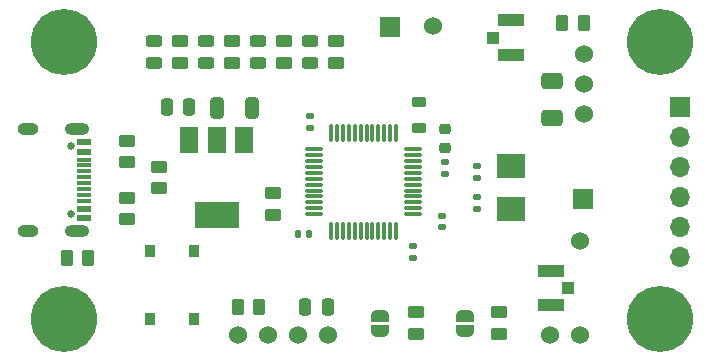
<source format=gbr>
%TF.GenerationSoftware,KiCad,Pcbnew,(6.0.11)*%
%TF.CreationDate,2025-09-27T21:04:19-04:00*%
%TF.ProjectId,433MHz-SRX882S-Dongle,3433334d-487a-42d5-9352-58383832532d,rev?*%
%TF.SameCoordinates,Original*%
%TF.FileFunction,Soldermask,Top*%
%TF.FilePolarity,Negative*%
%FSLAX46Y46*%
G04 Gerber Fmt 4.6, Leading zero omitted, Abs format (unit mm)*
G04 Created by KiCad (PCBNEW (6.0.11)) date 2025-09-27 21:04:19*
%MOMM*%
%LPD*%
G01*
G04 APERTURE LIST*
G04 Aperture macros list*
%AMRoundRect*
0 Rectangle with rounded corners*
0 $1 Rounding radius*
0 $2 $3 $4 $5 $6 $7 $8 $9 X,Y pos of 4 corners*
0 Add a 4 corners polygon primitive as box body*
4,1,4,$2,$3,$4,$5,$6,$7,$8,$9,$2,$3,0*
0 Add four circle primitives for the rounded corners*
1,1,$1+$1,$2,$3*
1,1,$1+$1,$4,$5*
1,1,$1+$1,$6,$7*
1,1,$1+$1,$8,$9*
0 Add four rect primitives between the rounded corners*
20,1,$1+$1,$2,$3,$4,$5,0*
20,1,$1+$1,$4,$5,$6,$7,0*
20,1,$1+$1,$6,$7,$8,$9,0*
20,1,$1+$1,$8,$9,$2,$3,0*%
%AMFreePoly0*
4,1,22,0.500000,-0.750000,0.000000,-0.750000,0.000000,-0.745033,-0.079941,-0.743568,-0.215256,-0.701293,-0.333266,-0.622738,-0.424486,-0.514219,-0.481581,-0.384460,-0.499164,-0.250000,-0.500000,-0.250000,-0.500000,0.250000,-0.499164,0.250000,-0.499963,0.256109,-0.478152,0.396186,-0.417904,0.524511,-0.324060,0.630769,-0.204165,0.706417,-0.067858,0.745374,0.000000,0.744959,0.000000,0.750000,
0.500000,0.750000,0.500000,-0.750000,0.500000,-0.750000,$1*%
%AMFreePoly1*
4,1,20,0.000000,0.744959,0.073905,0.744508,0.209726,0.703889,0.328688,0.626782,0.421226,0.519385,0.479903,0.390333,0.500000,0.250000,0.500000,-0.250000,0.499851,-0.262216,0.476331,-0.402017,0.414519,-0.529596,0.319384,-0.634700,0.198574,-0.708877,0.061801,-0.746166,0.000000,-0.745033,0.000000,-0.750000,-0.500000,-0.750000,-0.500000,0.750000,0.000000,0.750000,0.000000,0.744959,
0.000000,0.744959,$1*%
G04 Aperture macros list end*
%ADD10RoundRect,0.243750X-0.456250X0.243750X-0.456250X-0.243750X0.456250X-0.243750X0.456250X0.243750X0*%
%ADD11RoundRect,0.250000X-0.250000X-0.475000X0.250000X-0.475000X0.250000X0.475000X-0.250000X0.475000X0*%
%ADD12C,5.600000*%
%ADD13C,3.600000*%
%ADD14R,1.700000X1.700000*%
%ADD15O,1.700000X1.700000*%
%ADD16RoundRect,0.250000X-0.450000X0.262500X-0.450000X-0.262500X0.450000X-0.262500X0.450000X0.262500X0*%
%ADD17RoundRect,0.250000X0.450000X-0.262500X0.450000X0.262500X-0.450000X0.262500X-0.450000X-0.262500X0*%
%ADD18RoundRect,0.140000X-0.170000X0.140000X-0.170000X-0.140000X0.170000X-0.140000X0.170000X0.140000X0*%
%ADD19RoundRect,0.140000X0.140000X0.170000X-0.140000X0.170000X-0.140000X-0.170000X0.140000X-0.170000X0*%
%ADD20FreePoly0,270.000000*%
%ADD21FreePoly1,270.000000*%
%ADD22RoundRect,0.140000X0.170000X-0.140000X0.170000X0.140000X-0.170000X0.140000X-0.170000X-0.140000X0*%
%ADD23RoundRect,0.250000X-0.650000X0.412500X-0.650000X-0.412500X0.650000X-0.412500X0.650000X0.412500X0*%
%ADD24C,0.650000*%
%ADD25R,1.240000X0.600000*%
%ADD26R,1.240000X0.300000*%
%ADD27O,1.800000X1.000000*%
%ADD28O,2.100000X1.000000*%
%ADD29RoundRect,0.075000X0.662500X0.075000X-0.662500X0.075000X-0.662500X-0.075000X0.662500X-0.075000X0*%
%ADD30RoundRect,0.075000X0.075000X0.662500X-0.075000X0.662500X-0.075000X-0.662500X0.075000X-0.662500X0*%
%ADD31RoundRect,0.250000X-0.262500X-0.450000X0.262500X-0.450000X0.262500X0.450000X-0.262500X0.450000X0*%
%ADD32RoundRect,0.250000X0.262500X0.450000X-0.262500X0.450000X-0.262500X-0.450000X0.262500X-0.450000X0*%
%ADD33R,1.500000X2.200000*%
%ADD34R,3.800000X2.200000*%
%ADD35RoundRect,0.225000X-0.250000X0.225000X-0.250000X-0.225000X0.250000X-0.225000X0.250000X0.225000X0*%
%ADD36R,0.900000X1.000000*%
%ADD37R,2.400000X2.000000*%
%ADD38RoundRect,0.218750X-0.381250X0.218750X-0.381250X-0.218750X0.381250X-0.218750X0.381250X0.218750X0*%
%ADD39R,2.200000X1.050000*%
%ADD40R,1.050000X1.000000*%
%ADD41RoundRect,0.250000X0.325000X0.650000X-0.325000X0.650000X-0.325000X-0.650000X0.325000X-0.650000X0*%
%ADD42C,1.524000*%
G04 APERTURE END LIST*
D10*
%TO.C,D3*%
X85700000Y-92325000D03*
X85700000Y-94200000D03*
%TD*%
D11*
%TO.C,C1*%
X89700000Y-114850000D03*
X91600000Y-114850000D03*
%TD*%
%TO.C,C4*%
X78000000Y-97950000D03*
X79900000Y-97950000D03*
%TD*%
D12*
%TO.C,M3*%
X119750000Y-115900000D03*
D13*
X119750000Y-115900000D03*
%TD*%
D14*
%TO.C,J4*%
X121450000Y-97926250D03*
D15*
X121450000Y-100466250D03*
X121450000Y-103006250D03*
X121450000Y-105546250D03*
X121450000Y-108086250D03*
X121450000Y-110626250D03*
%TD*%
D13*
%TO.C,M3*%
X119750000Y-92400000D03*
D12*
X119750000Y-92400000D03*
%TD*%
D16*
%TO.C,R10*%
X87897886Y-92350000D03*
X87897886Y-94175000D03*
%TD*%
D17*
%TO.C,FB1*%
X77300000Y-104812500D03*
X77300000Y-102987500D03*
%TD*%
D18*
%TO.C,C5*%
X98850000Y-109720000D03*
X98850000Y-110680000D03*
%TD*%
D19*
%TO.C,C3*%
X90030000Y-108700000D03*
X89070000Y-108700000D03*
%TD*%
D16*
%TO.C,R12*%
X86950000Y-105237500D03*
X86950000Y-107062500D03*
%TD*%
D12*
%TO.C,M3*%
X69250000Y-115900000D03*
D13*
X69250000Y-115900000D03*
%TD*%
D20*
%TO.C,JP1*%
X96050000Y-115580000D03*
D21*
X96050000Y-116880000D03*
%TD*%
D22*
%TO.C,C11*%
X104250000Y-103920000D03*
X104250000Y-102960000D03*
%TD*%
D14*
%TO.C,J5*%
X113250000Y-105750000D03*
%TD*%
D23*
%TO.C,C2*%
X110600000Y-95737500D03*
X110600000Y-98862500D03*
%TD*%
D24*
%TO.C,J1*%
X69880000Y-101230000D03*
X69880000Y-107010000D03*
D25*
X71000000Y-100920000D03*
X71000000Y-101720000D03*
D26*
X71000000Y-102870000D03*
X71000000Y-103870000D03*
X71000000Y-104370000D03*
X71000000Y-105370000D03*
D25*
X71000000Y-106520000D03*
X71000000Y-107320000D03*
X71000000Y-107320000D03*
X71000000Y-106520000D03*
D26*
X71000000Y-105870000D03*
X71000000Y-104870000D03*
X71000000Y-103370000D03*
X71000000Y-102370000D03*
D25*
X71000000Y-101720000D03*
X71000000Y-100920000D03*
D27*
X66200000Y-108440000D03*
X66200000Y-99800000D03*
D28*
X70400000Y-99800000D03*
X70400000Y-108440000D03*
%TD*%
D29*
%TO.C,U4*%
X98812500Y-107000000D03*
X98812500Y-106500000D03*
X98812500Y-106000000D03*
X98812500Y-105500000D03*
X98812500Y-105000000D03*
X98812500Y-104500000D03*
X98812500Y-104000000D03*
X98812500Y-103500000D03*
X98812500Y-103000000D03*
X98812500Y-102500000D03*
X98812500Y-102000000D03*
X98812500Y-101500000D03*
D30*
X97400000Y-100087500D03*
X96900000Y-100087500D03*
X96400000Y-100087500D03*
X95900000Y-100087500D03*
X95400000Y-100087500D03*
X94900000Y-100087500D03*
X94400000Y-100087500D03*
X93900000Y-100087500D03*
X93400000Y-100087500D03*
X92900000Y-100087500D03*
X92400000Y-100087500D03*
X91900000Y-100087500D03*
D29*
X90487500Y-101500000D03*
X90487500Y-102000000D03*
X90487500Y-102500000D03*
X90487500Y-103000000D03*
X90487500Y-103500000D03*
X90487500Y-104000000D03*
X90487500Y-104500000D03*
X90487500Y-105000000D03*
X90487500Y-105500000D03*
X90487500Y-106000000D03*
X90487500Y-106500000D03*
X90487500Y-107000000D03*
D30*
X91900000Y-108412500D03*
X92400000Y-108412500D03*
X92900000Y-108412500D03*
X93400000Y-108412500D03*
X93900000Y-108412500D03*
X94400000Y-108412500D03*
X94900000Y-108412500D03*
X95400000Y-108412500D03*
X95900000Y-108412500D03*
X96400000Y-108412500D03*
X96900000Y-108412500D03*
X97400000Y-108412500D03*
%TD*%
D17*
%TO.C,R2*%
X99050000Y-117112500D03*
X99050000Y-115287500D03*
%TD*%
D10*
%TO.C,D4*%
X90102114Y-92325000D03*
X90102114Y-94200000D03*
%TD*%
D31*
%TO.C,R1*%
X69532500Y-110670000D03*
X71357500Y-110670000D03*
%TD*%
D16*
%TO.C,R7*%
X79112684Y-92350000D03*
X79112684Y-94175000D03*
%TD*%
D32*
%TO.C,R6*%
X113312500Y-90850000D03*
X111487500Y-90850000D03*
%TD*%
D17*
%TO.C,R5*%
X74650000Y-102612500D03*
X74650000Y-100787500D03*
%TD*%
D33*
%TO.C,U2*%
X84500000Y-100750000D03*
X82200000Y-100750000D03*
X79900000Y-100750000D03*
D34*
X82200000Y-107050000D03*
%TD*%
D22*
%TO.C,C6*%
X90150000Y-99680000D03*
X90150000Y-98720000D03*
%TD*%
D16*
%TO.C,R9*%
X83508456Y-92350000D03*
X83508456Y-94175000D03*
%TD*%
D18*
%TO.C,C10*%
X104250000Y-105560000D03*
X104250000Y-106520000D03*
%TD*%
D32*
%TO.C,R8*%
X85812500Y-114850000D03*
X83987500Y-114850000D03*
%TD*%
D22*
%TO.C,C12*%
X101250000Y-108080000D03*
X101250000Y-107120000D03*
%TD*%
D35*
%TO.C,C8*%
X101550000Y-99825000D03*
X101550000Y-101375000D03*
%TD*%
D36*
%TO.C,SW1*%
X80300000Y-110100000D03*
X80300000Y-115900000D03*
X76600000Y-115900000D03*
X76600000Y-110100000D03*
%TD*%
D37*
%TO.C,Y1*%
X107150000Y-102890000D03*
X107150000Y-106590000D03*
%TD*%
D16*
%TO.C,R3*%
X106100000Y-115287500D03*
X106100000Y-117112500D03*
%TD*%
%TO.C,R4*%
X74650000Y-105587500D03*
X74650000Y-107412500D03*
%TD*%
%TO.C,R11*%
X92300000Y-92350000D03*
X92300000Y-94175000D03*
%TD*%
D38*
%TO.C,L1*%
X99350000Y-97537500D03*
X99350000Y-99662500D03*
%TD*%
D10*
%TO.C,D1*%
X76914798Y-92325000D03*
X76914798Y-94200000D03*
%TD*%
D39*
%TO.C,J3*%
X107140000Y-93525000D03*
X107140000Y-90575000D03*
D40*
X105640000Y-92050000D03*
%TD*%
D14*
%TO.C,J2*%
X96850000Y-91155000D03*
%TD*%
D41*
%TO.C,C7*%
X85175000Y-98000000D03*
X82225000Y-98000000D03*
%TD*%
D10*
%TO.C,D2*%
X81310570Y-92325000D03*
X81310570Y-94200000D03*
%TD*%
D39*
%TO.C,J6*%
X110500000Y-114725000D03*
X110500000Y-111775000D03*
D40*
X112000000Y-113250000D03*
%TD*%
D20*
%TO.C,JP2*%
X103250000Y-115580000D03*
D21*
X103250000Y-116880000D03*
%TD*%
D13*
%TO.C,M3*%
X69250000Y-92400000D03*
D12*
X69250000Y-92400000D03*
%TD*%
D22*
%TO.C,C9*%
X101550000Y-103580000D03*
X101550000Y-102620000D03*
%TD*%
D42*
%TO.C,U3*%
X113000000Y-117250000D03*
X110460000Y-117250000D03*
X91600000Y-117250000D03*
X89060000Y-117250000D03*
X86520000Y-117250000D03*
X83980000Y-117250000D03*
X113000000Y-109250000D03*
%TD*%
%TO.C,U1*%
X100500000Y-91090000D03*
X113300000Y-93410000D03*
X113300000Y-95950000D03*
X113300000Y-98490000D03*
%TD*%
M02*

</source>
